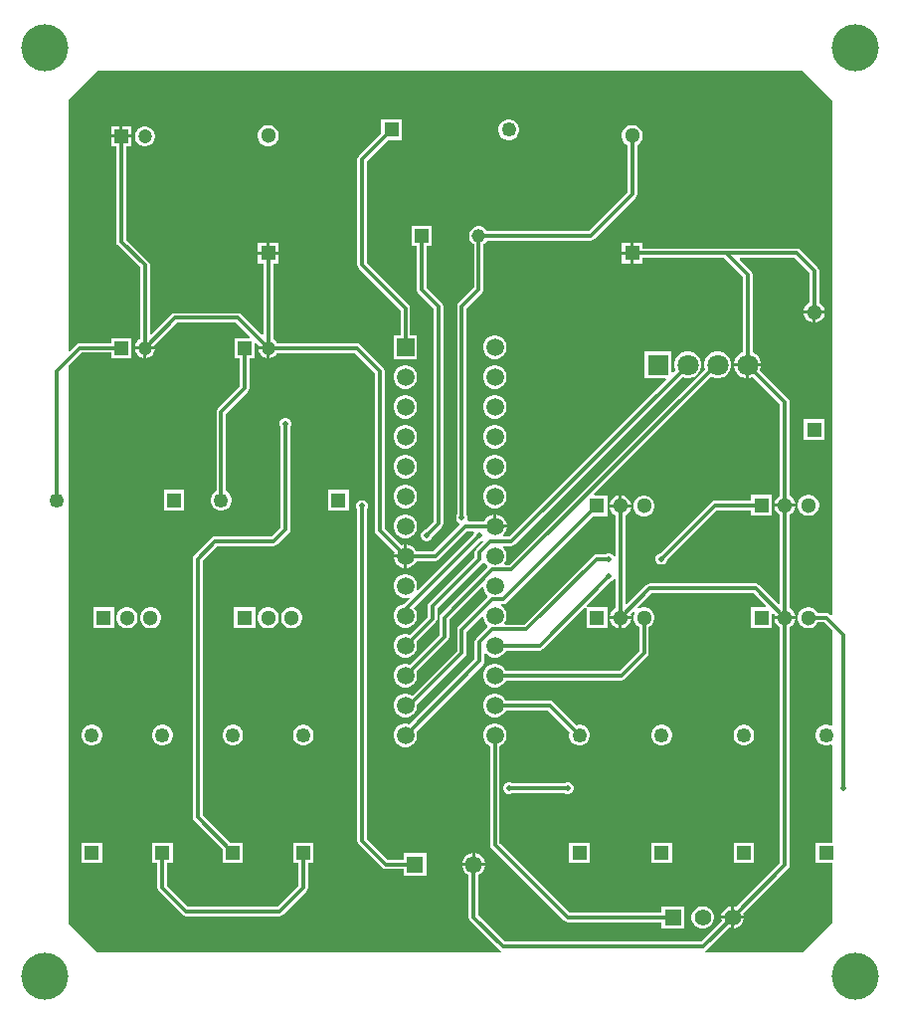
<source format=gbl>
G04*
G04 #@! TF.GenerationSoftware,Altium Limited,Altium Designer,23.3.1 (30)*
G04*
G04 Layer_Physical_Order=2*
G04 Layer_Color=16711680*
%FSLAX44Y44*%
%MOMM*%
G71*
G04*
G04 #@! TF.SameCoordinates,9B24EA63-C825-4E2D-BC30-5D40CB4EF2F0*
G04*
G04*
G04 #@! TF.FilePolarity,Positive*
G04*
G01*
G75*
%ADD17C,1.3000*%
%ADD18R,1.3000X1.3000*%
%ADD19C,1.1500*%
%ADD20R,1.1500X1.1500*%
%ADD25R,1.2500X1.2500*%
%ADD26C,1.2500*%
%ADD27R,1.3890X1.3890*%
%ADD28C,1.3890*%
%ADD33R,1.2500X1.2500*%
%ADD34R,1.4500X1.4500*%
%ADD35C,1.4500*%
%ADD38C,0.3200*%
%ADD39C,0.3000*%
%ADD40R,1.2000X1.2000*%
%ADD41C,1.2000*%
%ADD42R,1.3000X1.3000*%
%ADD43R,1.5000X1.5000*%
%ADD44C,1.5000*%
%ADD45R,1.8000X1.8000*%
%ADD46C,1.8000*%
%ADD47C,4.0000*%
%ADD48C,0.5000*%
G36*
X700000Y775000D02*
Y337427D01*
X698827Y336941D01*
X697884Y337884D01*
X696561Y338768D01*
X695000Y339078D01*
X695000Y339078D01*
X688038D01*
X687202Y340526D01*
X685526Y342202D01*
X683474Y343387D01*
X681185Y344000D01*
X678815D01*
X676526Y343387D01*
X674474Y342202D01*
X672798Y340526D01*
X671613Y338474D01*
X671000Y336185D01*
Y333815D01*
X671613Y331526D01*
X672798Y329474D01*
X674474Y327798D01*
X676526Y326613D01*
X678815Y326000D01*
X681185D01*
X683474Y326613D01*
X685526Y327798D01*
X687202Y329474D01*
X688038Y330922D01*
X693311D01*
X700000Y324232D01*
Y243487D01*
X698900Y242852D01*
X698377Y243154D01*
X696152Y243750D01*
X693848D01*
X691623Y243154D01*
X689627Y242002D01*
X687998Y240373D01*
X686846Y238377D01*
X686250Y236152D01*
Y233848D01*
X686846Y231623D01*
X687998Y229627D01*
X689627Y227998D01*
X691623Y226846D01*
X693848Y226250D01*
X696152D01*
X698377Y226846D01*
X698900Y227148D01*
X700000Y226513D01*
Y143750D01*
X686250D01*
Y126250D01*
X700000D01*
Y75000D01*
X675000Y50000D01*
X592409D01*
X592263Y50406D01*
X592197Y51270D01*
X593356Y52044D01*
X612318Y71006D01*
X614130Y70521D01*
Y78730D01*
X605921D01*
X606406Y76918D01*
X588668Y59180D01*
X421731D01*
X399180Y81732D01*
Y116109D01*
X401011Y117166D01*
X402834Y118989D01*
X404123Y121221D01*
X404790Y123711D01*
Y123730D01*
X385210D01*
Y123711D01*
X385877Y121221D01*
X387166Y118989D01*
X388989Y117166D01*
X390820Y116109D01*
Y80000D01*
X391138Y78400D01*
X392044Y77044D01*
X417044Y52044D01*
X418203Y51270D01*
X418137Y50406D01*
X417991Y50000D01*
X75000D01*
X50000Y75000D01*
Y549232D01*
X61189Y560422D01*
X86500D01*
Y556000D01*
X103500D01*
Y573000D01*
X86500D01*
Y568578D01*
X59500D01*
X59500Y568578D01*
X57939Y568268D01*
X56616Y567384D01*
X56616Y567384D01*
X51173Y561941D01*
X50000Y562427D01*
Y775000D01*
X75000Y800000D01*
X675000D01*
X700000Y775000D01*
D02*
G37*
%LPC*%
G36*
X103540Y753040D02*
X96270D01*
Y745770D01*
X103540D01*
Y753040D01*
D02*
G37*
G36*
X93730D02*
X86460D01*
Y745770D01*
X93730D01*
Y753040D01*
D02*
G37*
G36*
X426152Y758750D02*
X423848D01*
X421623Y758154D01*
X419627Y757002D01*
X417998Y755373D01*
X416846Y753377D01*
X416250Y751152D01*
Y748848D01*
X416846Y746623D01*
X417998Y744627D01*
X419627Y742998D01*
X421623Y741846D01*
X423848Y741250D01*
X426152D01*
X428377Y741846D01*
X430373Y742998D01*
X432002Y744627D01*
X433154Y746623D01*
X433750Y748848D01*
Y751152D01*
X433154Y753377D01*
X432002Y755373D01*
X430373Y757002D01*
X428377Y758154D01*
X426152Y758750D01*
D02*
G37*
G36*
X116119Y753000D02*
X113881D01*
X111719Y752421D01*
X109781Y751302D01*
X108198Y749719D01*
X107079Y747781D01*
X106500Y745619D01*
Y743381D01*
X107079Y741219D01*
X108198Y739281D01*
X109781Y737698D01*
X111719Y736579D01*
X113881Y736000D01*
X116119D01*
X118281Y736579D01*
X120219Y737698D01*
X121802Y739281D01*
X122921Y741219D01*
X123500Y743381D01*
Y745619D01*
X122921Y747781D01*
X121802Y749719D01*
X120219Y751302D01*
X118281Y752421D01*
X116119Y753000D01*
D02*
G37*
G36*
X221185Y754000D02*
X218815D01*
X216526Y753387D01*
X214474Y752202D01*
X212798Y750526D01*
X211613Y748474D01*
X211000Y746185D01*
Y743815D01*
X211613Y741526D01*
X212798Y739474D01*
X214474Y737798D01*
X216526Y736613D01*
X218815Y736000D01*
X221185D01*
X223474Y736613D01*
X225526Y737798D01*
X227202Y739474D01*
X228387Y741526D01*
X229000Y743815D01*
Y746185D01*
X228387Y748474D01*
X227202Y750526D01*
X225526Y752202D01*
X223474Y753387D01*
X221185Y754000D01*
D02*
G37*
G36*
X531185D02*
X528815D01*
X526526Y753387D01*
X524474Y752202D01*
X522798Y750526D01*
X521613Y748474D01*
X521000Y746185D01*
Y743815D01*
X521613Y741526D01*
X522798Y739474D01*
X524474Y737798D01*
X525922Y736962D01*
Y696689D01*
X493311Y664078D01*
X406572D01*
X406002Y665066D01*
X404466Y666602D01*
X402584Y667688D01*
X400486Y668250D01*
X398314D01*
X396216Y667688D01*
X394334Y666602D01*
X392798Y665066D01*
X391712Y663184D01*
X391150Y661086D01*
Y658914D01*
X391712Y656816D01*
X392798Y654934D01*
X394334Y653398D01*
X395322Y652828D01*
Y616089D01*
X382116Y602884D01*
X381232Y601561D01*
X380922Y600000D01*
X380922Y600000D01*
Y422993D01*
X380761Y422832D01*
X380000Y420995D01*
Y419005D01*
X380761Y417168D01*
X382168Y415761D01*
X382794Y415502D01*
X383092Y414004D01*
X360568Y391480D01*
X346080D01*
X344934Y393465D01*
X343065Y395334D01*
X340775Y396656D01*
X338222Y397340D01*
X338170D01*
Y387300D01*
Y377260D01*
X338222D01*
X340775Y377944D01*
X343065Y379266D01*
X344934Y381135D01*
X346080Y383120D01*
X362300D01*
X363900Y383438D01*
X365256Y384344D01*
X389431Y408520D01*
X394789D01*
X395520Y407250D01*
X395000Y405994D01*
Y405768D01*
X347629Y358396D01*
X346490Y359054D01*
X346900Y360583D01*
Y363217D01*
X346218Y365760D01*
X344902Y368040D01*
X343040Y369902D01*
X340760Y371218D01*
X338217Y371900D01*
X335583D01*
X333040Y371218D01*
X330760Y369902D01*
X328898Y368040D01*
X327581Y365760D01*
X326900Y363217D01*
Y360583D01*
X327581Y358040D01*
X328898Y355760D01*
X330760Y353898D01*
X333040Y352581D01*
X335583Y351900D01*
X338217D01*
X339746Y352310D01*
X340404Y351171D01*
X336312Y347080D01*
X335925Y346500D01*
X335583D01*
X333040Y345818D01*
X330760Y344502D01*
X328898Y342640D01*
X327581Y340360D01*
X326900Y337817D01*
Y335183D01*
X327581Y332640D01*
X328898Y330360D01*
X330760Y328498D01*
X333040Y327182D01*
X335583Y326500D01*
X338217D01*
X340760Y327182D01*
X343040Y328498D01*
X344902Y330360D01*
X346218Y332640D01*
X346900Y335183D01*
Y337817D01*
X346218Y340360D01*
X344902Y342640D01*
X344155Y343387D01*
X400768Y400000D01*
X400994D01*
X402832Y400761D01*
X403563Y399794D01*
X397116Y393347D01*
X396232Y392024D01*
X395922Y390463D01*
X395922Y390463D01*
Y386689D01*
X357116Y347884D01*
X356232Y346561D01*
X355922Y345000D01*
X355922Y345000D01*
Y335889D01*
X340516Y320484D01*
X338217Y321100D01*
X335583D01*
X333040Y320419D01*
X330760Y319102D01*
X328898Y317240D01*
X327581Y314960D01*
X326900Y312416D01*
Y309783D01*
X327581Y307240D01*
X328898Y304960D01*
X330760Y303098D01*
X333040Y301782D01*
X335583Y301100D01*
X338217D01*
X340760Y301782D01*
X343040Y303098D01*
X344902Y304960D01*
X346218Y307240D01*
X346900Y309783D01*
Y312416D01*
X346284Y314716D01*
X362884Y331316D01*
X363768Y332639D01*
X364078Y334200D01*
Y343311D01*
X402884Y382116D01*
X402884Y382116D01*
X402989Y382273D01*
X404483Y382224D01*
X405098Y381160D01*
X406960Y379298D01*
X406986Y377817D01*
X367116Y337947D01*
X366232Y336624D01*
X365922Y335063D01*
X365922Y335063D01*
Y320489D01*
X340516Y295084D01*
X338217Y295700D01*
X335583D01*
X333040Y295019D01*
X330760Y293702D01*
X328898Y291840D01*
X327581Y289560D01*
X326900Y287017D01*
Y284384D01*
X327581Y281840D01*
X328898Y279560D01*
X330760Y277698D01*
X333040Y276381D01*
X335583Y275700D01*
X338217D01*
X340760Y276381D01*
X343040Y277698D01*
X344902Y279560D01*
X346218Y281840D01*
X346900Y284384D01*
Y287017D01*
X346284Y289316D01*
X372884Y315916D01*
X372884Y315916D01*
X373768Y317239D01*
X374078Y318800D01*
Y333374D01*
X401927Y361222D01*
X403100Y360736D01*
Y360583D01*
X403782Y358040D01*
X405098Y355760D01*
X406960Y353898D01*
X406986Y352417D01*
X382116Y327547D01*
X381232Y326224D01*
X380922Y324663D01*
X380922Y324663D01*
Y306689D01*
X342719Y268487D01*
X340760Y269618D01*
X338217Y270300D01*
X335583D01*
X333040Y269618D01*
X330760Y268302D01*
X328898Y266440D01*
X327581Y264160D01*
X326900Y261616D01*
Y258983D01*
X327581Y256440D01*
X328898Y254160D01*
X330760Y252298D01*
X333040Y250982D01*
X335583Y250300D01*
X338217D01*
X340760Y250982D01*
X343040Y252298D01*
X344902Y254160D01*
X346218Y256440D01*
X346900Y258983D01*
Y261155D01*
X346969Y261201D01*
X387884Y302116D01*
X387884Y302116D01*
X388768Y303439D01*
X389078Y305000D01*
X389078Y305000D01*
Y322974D01*
X401927Y335822D01*
X403100Y335336D01*
Y335183D01*
X403782Y332640D01*
X405098Y330360D01*
X406815Y328643D01*
X406963Y328307D01*
X406986Y327017D01*
X397116Y317147D01*
X396232Y315824D01*
X395922Y314263D01*
X395922Y314263D01*
Y299689D01*
X340516Y244284D01*
X338217Y244900D01*
X335583D01*
X333040Y244219D01*
X330760Y242902D01*
X328898Y241040D01*
X327581Y238760D01*
X326900Y236217D01*
Y233584D01*
X327581Y231040D01*
X328898Y228760D01*
X330760Y226898D01*
X333040Y225581D01*
X335583Y224900D01*
X338217D01*
X340760Y225581D01*
X343040Y226898D01*
X344902Y228760D01*
X346218Y231040D01*
X346900Y233584D01*
Y236217D01*
X346284Y238516D01*
X402884Y295116D01*
X403768Y296439D01*
X404078Y298000D01*
X404078Y298000D01*
Y304356D01*
X405348Y304710D01*
X406960Y303098D01*
X409240Y301782D01*
X411783Y301100D01*
X414417D01*
X416960Y301782D01*
X419240Y303098D01*
X421102Y304960D01*
X422292Y307022D01*
X451100D01*
X451100Y307022D01*
X452661Y307332D01*
X453984Y308216D01*
X489730Y343962D01*
X491000Y343436D01*
X491000Y342963D01*
Y326000D01*
X509000D01*
Y344000D01*
X492096D01*
X491564Y344000D01*
X491038Y345270D01*
X510768Y365000D01*
X510995D01*
X512832Y365761D01*
X514239Y367168D01*
X514550Y367918D01*
X515820Y367666D01*
Y343025D01*
X514449Y342234D01*
X512766Y340551D01*
X511576Y338489D01*
X510981Y336270D01*
X529019D01*
X528630Y337719D01*
X531187Y340275D01*
X532203Y339495D01*
X531613Y338474D01*
X531000Y336185D01*
Y333815D01*
X531613Y331526D01*
X532798Y329474D01*
X534474Y327798D01*
X535922Y326962D01*
Y306689D01*
X519011Y289778D01*
X422292D01*
X421102Y291840D01*
X419240Y293702D01*
X416960Y295019D01*
X414417Y295700D01*
X411783D01*
X409240Y295019D01*
X406960Y293702D01*
X405098Y291840D01*
X403782Y289560D01*
X403100Y287017D01*
Y284384D01*
X403782Y281840D01*
X405098Y279560D01*
X406960Y277698D01*
X409240Y276381D01*
X411783Y275700D01*
X414417D01*
X416960Y276381D01*
X419240Y277698D01*
X421102Y279560D01*
X422292Y281622D01*
X520700D01*
X520700Y281622D01*
X522261Y281932D01*
X523584Y282816D01*
X542884Y302116D01*
X542884Y302116D01*
X543768Y303439D01*
X544078Y305000D01*
Y326962D01*
X545526Y327798D01*
X547202Y329474D01*
X548387Y331526D01*
X549000Y333815D01*
Y336185D01*
X548387Y338474D01*
X547202Y340526D01*
X545526Y342202D01*
X543474Y343387D01*
X541185Y344000D01*
X538815D01*
X536526Y343387D01*
X535505Y342797D01*
X534725Y343813D01*
X546731Y355820D01*
X633268D01*
X643915Y345173D01*
X643429Y344000D01*
X631000D01*
Y326000D01*
X649000D01*
Y338429D01*
X650173Y338915D01*
X651369Y337719D01*
X650981Y336270D01*
X669019D01*
X668424Y338489D01*
X667234Y340551D01*
X665551Y342234D01*
X664180Y343025D01*
Y422475D01*
X665551Y423266D01*
X667234Y424949D01*
X668424Y427011D01*
X669019Y429230D01*
X650981D01*
X651576Y427011D01*
X652766Y424949D01*
X654449Y423266D01*
X655820Y422475D01*
Y346752D01*
X654646Y346265D01*
X637956Y362956D01*
X636600Y363862D01*
X635000Y364180D01*
X545000D01*
X543400Y363862D01*
X542044Y362956D01*
X525354Y346265D01*
X524180Y346752D01*
Y421975D01*
X525551Y422766D01*
X527234Y424449D01*
X528424Y426511D01*
X529019Y428730D01*
X510981D01*
X511576Y426511D01*
X512766Y424449D01*
X514449Y422766D01*
X515820Y421975D01*
Y387334D01*
X514550Y387082D01*
X514239Y387832D01*
X512832Y389239D01*
X510995Y390000D01*
X509005D01*
X507168Y389239D01*
X507007Y389078D01*
X500000D01*
X498439Y388768D01*
X497116Y387884D01*
X497116Y387884D01*
X438311Y329078D01*
X421480D01*
X420994Y330252D01*
X421102Y330360D01*
X422419Y332640D01*
X423100Y335183D01*
Y337817D01*
X422419Y340360D01*
X421102Y342640D01*
X419240Y344502D01*
X418288Y345052D01*
X418628Y346322D01*
X420400D01*
X420400Y346322D01*
X421961Y346632D01*
X423284Y347516D01*
X496768Y421000D01*
X509000D01*
Y439000D01*
X497770D01*
X497284Y440173D01*
X597078Y539967D01*
X598261Y539284D01*
X601186Y538500D01*
X604214D01*
X607139Y539284D01*
X609761Y540798D01*
X611902Y542939D01*
X613416Y545561D01*
X614200Y548486D01*
Y551514D01*
X613416Y554439D01*
X611902Y557061D01*
X609761Y559202D01*
X607139Y560716D01*
X604214Y561500D01*
X601186D01*
X598261Y560716D01*
X595639Y559202D01*
X593498Y557061D01*
X591984Y554439D01*
X591200Y551514D01*
Y548486D01*
X591805Y546229D01*
X425454Y379878D01*
X421480D01*
X420994Y381052D01*
X421102Y381160D01*
X422419Y383440D01*
X423100Y385984D01*
Y388616D01*
X422419Y391160D01*
X421102Y393440D01*
X419890Y394652D01*
X420416Y395922D01*
X427300D01*
X427300Y395922D01*
X428861Y396232D01*
X430184Y397116D01*
X572538Y539470D01*
X572861Y539284D01*
X575786Y538500D01*
X578814D01*
X581739Y539284D01*
X584361Y540798D01*
X586502Y542939D01*
X588016Y545561D01*
X588800Y548486D01*
Y551514D01*
X588016Y554439D01*
X586502Y557061D01*
X584361Y559202D01*
X581739Y560716D01*
X578814Y561500D01*
X575786D01*
X572861Y560716D01*
X570239Y559202D01*
X568098Y557061D01*
X566584Y554439D01*
X565800Y551514D01*
Y548486D01*
X566584Y545561D01*
X566770Y545238D01*
X564573Y543041D01*
X563400Y543527D01*
Y561500D01*
X540400D01*
Y538500D01*
X558373D01*
X558859Y537327D01*
X425611Y404078D01*
X420473D01*
X419947Y405348D01*
X421134Y406535D01*
X422456Y408825D01*
X423140Y411378D01*
Y411430D01*
X413100D01*
Y412700D01*
X411830D01*
Y422740D01*
X411778D01*
X409225Y422056D01*
X406935Y420734D01*
X405066Y418865D01*
X403920Y416880D01*
X390494D01*
X389646Y418150D01*
X390000Y419005D01*
Y420995D01*
X389239Y422832D01*
X389078Y422993D01*
Y598311D01*
X402284Y611516D01*
X402284Y611516D01*
X403168Y612839D01*
X403478Y614400D01*
X403478Y614400D01*
Y652828D01*
X404466Y653398D01*
X406002Y654934D01*
X406572Y655922D01*
X495000D01*
X495000Y655922D01*
X496561Y656232D01*
X497884Y657116D01*
X532884Y692116D01*
X532884Y692116D01*
X533768Y693439D01*
X534078Y695000D01*
X534078Y695000D01*
Y736962D01*
X535526Y737798D01*
X537202Y739474D01*
X538387Y741526D01*
X539000Y743815D01*
Y746185D01*
X538387Y748474D01*
X537202Y750526D01*
X535526Y752202D01*
X533474Y753387D01*
X531185Y754000D01*
D02*
G37*
G36*
X229040Y654040D02*
X221270D01*
Y646270D01*
X229040D01*
Y654040D01*
D02*
G37*
G36*
X218730D02*
X210960D01*
Y646270D01*
X218730D01*
Y654040D01*
D02*
G37*
G36*
X528730D02*
X520960D01*
Y646270D01*
X528730D01*
Y654040D01*
D02*
G37*
G36*
Y643730D02*
X520960D01*
Y635960D01*
X528730D01*
Y643730D01*
D02*
G37*
G36*
X539040Y654040D02*
X531270D01*
Y645000D01*
Y635960D01*
X539040D01*
Y640820D01*
X608269D01*
X623920Y625168D01*
Y560827D01*
X623646Y560754D01*
X621014Y559234D01*
X618866Y557086D01*
X617346Y554454D01*
X616560Y551519D01*
Y551270D01*
X639640D01*
Y551519D01*
X638853Y554454D01*
X637334Y557086D01*
X635186Y559234D01*
X632554Y560754D01*
X632280Y560827D01*
Y626900D01*
X631962Y628500D01*
X631056Y629856D01*
X621265Y639646D01*
X621752Y640820D01*
X668269D01*
X680820Y628269D01*
Y603025D01*
X679449Y602234D01*
X677766Y600551D01*
X676576Y598489D01*
X675981Y596270D01*
X685000D01*
X694019D01*
X693424Y598489D01*
X692234Y600551D01*
X690551Y602234D01*
X689180Y603025D01*
Y630000D01*
X688862Y631600D01*
X687956Y632956D01*
X672956Y647956D01*
X671600Y648862D01*
X670000Y649180D01*
X539040D01*
Y654040D01*
D02*
G37*
G36*
X683730Y593730D02*
X675981D01*
X676576Y591511D01*
X677766Y589449D01*
X679449Y587766D01*
X681511Y586576D01*
X683730Y585981D01*
Y593730D01*
D02*
G37*
G36*
X694019D02*
X686270D01*
Y585981D01*
X688489Y586576D01*
X690551Y587766D01*
X692234Y589449D01*
X693424Y591511D01*
X694019Y593730D01*
D02*
G37*
G36*
X218730Y563230D02*
X211499D01*
X212042Y561204D01*
X213166Y559256D01*
X214756Y557666D01*
X216704Y556542D01*
X218730Y555999D01*
Y563230D01*
D02*
G37*
G36*
X123501D02*
X116270D01*
Y555999D01*
X118296Y556542D01*
X120244Y557666D01*
X121834Y559256D01*
X122958Y561204D01*
X123501Y563230D01*
D02*
G37*
G36*
X113730D02*
X106499D01*
X107042Y561204D01*
X108166Y559256D01*
X109756Y557666D01*
X111704Y556542D01*
X113730Y555999D01*
Y563230D01*
D02*
G37*
G36*
X414417Y575100D02*
X411783D01*
X409240Y574418D01*
X406960Y573102D01*
X405098Y571240D01*
X403782Y568960D01*
X403100Y566417D01*
Y563783D01*
X403782Y561240D01*
X405098Y558960D01*
X406960Y557098D01*
X409240Y555782D01*
X411783Y555100D01*
X414417D01*
X416960Y555782D01*
X419240Y557098D01*
X421102Y558960D01*
X422419Y561240D01*
X423100Y563783D01*
Y566417D01*
X422419Y568960D01*
X421102Y571240D01*
X419240Y573102D01*
X416960Y574418D01*
X414417Y575100D01*
D02*
G37*
G36*
X333750Y758750D02*
X316250D01*
Y747018D01*
X297116Y727884D01*
X296232Y726561D01*
X295922Y725000D01*
X295922Y725000D01*
Y635000D01*
X295922Y635000D01*
X296232Y633439D01*
X297116Y632116D01*
X332822Y596411D01*
Y575100D01*
X326900D01*
Y555100D01*
X346900D01*
Y575100D01*
X340978D01*
Y598100D01*
X340668Y599661D01*
X339784Y600984D01*
X339784Y600984D01*
X304078Y636689D01*
Y723311D01*
X322018Y741250D01*
X333750D01*
Y758750D01*
D02*
G37*
G36*
X626830Y548730D02*
X616560D01*
Y548481D01*
X617346Y545546D01*
X618866Y542914D01*
X621014Y540766D01*
X623646Y539246D01*
X626581Y538460D01*
X626830D01*
Y548730D01*
D02*
G37*
G36*
X414417Y549700D02*
X411783D01*
X409240Y549019D01*
X406960Y547702D01*
X405098Y545840D01*
X403782Y543560D01*
X403100Y541017D01*
Y538383D01*
X403782Y535840D01*
X405098Y533560D01*
X406960Y531698D01*
X409240Y530382D01*
X411783Y529700D01*
X414417D01*
X416960Y530382D01*
X419240Y531698D01*
X421102Y533560D01*
X422419Y535840D01*
X423100Y538383D01*
Y541017D01*
X422419Y543560D01*
X421102Y545840D01*
X419240Y547702D01*
X416960Y549019D01*
X414417Y549700D01*
D02*
G37*
G36*
X338217D02*
X335583D01*
X333040Y549019D01*
X330760Y547702D01*
X328898Y545840D01*
X327581Y543560D01*
X326900Y541017D01*
Y538383D01*
X327581Y535840D01*
X328898Y533560D01*
X330760Y531698D01*
X333040Y530382D01*
X335583Y529700D01*
X338217D01*
X340760Y530382D01*
X343040Y531698D01*
X344902Y533560D01*
X346218Y535840D01*
X346900Y538383D01*
Y541017D01*
X346218Y543560D01*
X344902Y545840D01*
X343040Y547702D01*
X340760Y549019D01*
X338217Y549700D01*
D02*
G37*
G36*
X414417Y524300D02*
X411783D01*
X409240Y523619D01*
X406960Y522302D01*
X405098Y520440D01*
X403782Y518160D01*
X403100Y515616D01*
Y512984D01*
X403782Y510440D01*
X405098Y508160D01*
X406960Y506298D01*
X409240Y504981D01*
X411783Y504300D01*
X414417D01*
X416960Y504981D01*
X419240Y506298D01*
X421102Y508160D01*
X422419Y510440D01*
X423100Y512984D01*
Y515616D01*
X422419Y518160D01*
X421102Y520440D01*
X419240Y522302D01*
X416960Y523619D01*
X414417Y524300D01*
D02*
G37*
G36*
X338217D02*
X335583D01*
X333040Y523619D01*
X330760Y522302D01*
X328898Y520440D01*
X327581Y518160D01*
X326900Y515616D01*
Y512984D01*
X327581Y510440D01*
X328898Y508160D01*
X330760Y506298D01*
X333040Y504981D01*
X335583Y504300D01*
X338217D01*
X340760Y504981D01*
X343040Y506298D01*
X344902Y508160D01*
X346218Y510440D01*
X346900Y512984D01*
Y515616D01*
X346218Y518160D01*
X344902Y520440D01*
X343040Y522302D01*
X340760Y523619D01*
X338217Y524300D01*
D02*
G37*
G36*
X694000Y504000D02*
X676000D01*
Y486000D01*
X694000D01*
Y504000D01*
D02*
G37*
G36*
X414417Y498900D02*
X411783D01*
X409240Y498218D01*
X406960Y496902D01*
X405098Y495040D01*
X403782Y492760D01*
X403100Y490216D01*
Y487584D01*
X403782Y485040D01*
X405098Y482760D01*
X406960Y480898D01*
X409240Y479581D01*
X411783Y478900D01*
X414417D01*
X416960Y479581D01*
X419240Y480898D01*
X421102Y482760D01*
X422419Y485040D01*
X423100Y487584D01*
Y490216D01*
X422419Y492760D01*
X421102Y495040D01*
X419240Y496902D01*
X416960Y498218D01*
X414417Y498900D01*
D02*
G37*
G36*
X338217D02*
X335583D01*
X333040Y498218D01*
X330760Y496902D01*
X328898Y495040D01*
X327581Y492760D01*
X326900Y490216D01*
Y487584D01*
X327581Y485040D01*
X328898Y482760D01*
X330760Y480898D01*
X333040Y479581D01*
X335583Y478900D01*
X338217D01*
X340760Y479581D01*
X343040Y480898D01*
X344902Y482760D01*
X346218Y485040D01*
X346900Y487584D01*
Y490216D01*
X346218Y492760D01*
X344902Y495040D01*
X343040Y496902D01*
X340760Y498218D01*
X338217Y498900D01*
D02*
G37*
G36*
X414417Y473500D02*
X411783D01*
X409240Y472818D01*
X406960Y471502D01*
X405098Y469640D01*
X403782Y467360D01*
X403100Y464817D01*
Y462183D01*
X403782Y459640D01*
X405098Y457360D01*
X406960Y455498D01*
X409240Y454182D01*
X411783Y453500D01*
X414417D01*
X416960Y454182D01*
X419240Y455498D01*
X421102Y457360D01*
X422419Y459640D01*
X423100Y462183D01*
Y464817D01*
X422419Y467360D01*
X421102Y469640D01*
X419240Y471502D01*
X416960Y472818D01*
X414417Y473500D01*
D02*
G37*
G36*
X338217D02*
X335583D01*
X333040Y472818D01*
X330760Y471502D01*
X328898Y469640D01*
X327581Y467360D01*
X326900Y464817D01*
Y462183D01*
X327581Y459640D01*
X328898Y457360D01*
X330760Y455498D01*
X333040Y454182D01*
X335583Y453500D01*
X338217D01*
X340760Y454182D01*
X343040Y455498D01*
X344902Y457360D01*
X346218Y459640D01*
X346900Y462183D01*
Y464817D01*
X346218Y467360D01*
X344902Y469640D01*
X343040Y471502D01*
X340760Y472818D01*
X338217Y473500D01*
D02*
G37*
G36*
X639640Y548730D02*
X629370D01*
Y538460D01*
X629619D01*
X632554Y539246D01*
X632800Y539388D01*
X655820Y516368D01*
Y438525D01*
X654449Y437734D01*
X652766Y436051D01*
X651576Y433989D01*
X650981Y431770D01*
X669019D01*
X668424Y433989D01*
X667234Y436051D01*
X665551Y437734D01*
X664180Y438525D01*
Y518100D01*
X663862Y519700D01*
X662956Y521056D01*
X638712Y545300D01*
X638853Y545546D01*
X639640Y548481D01*
Y548730D01*
D02*
G37*
G36*
X521270Y439019D02*
Y431270D01*
X529019D01*
X528424Y433489D01*
X527234Y435551D01*
X525551Y437234D01*
X523489Y438424D01*
X521270Y439019D01*
D02*
G37*
G36*
X518730D02*
X516511Y438424D01*
X514449Y437234D01*
X512766Y435551D01*
X511576Y433489D01*
X510981Y431270D01*
X518730D01*
Y439019D01*
D02*
G37*
G36*
X414417Y448100D02*
X411783D01*
X409240Y447419D01*
X406960Y446102D01*
X405098Y444240D01*
X403782Y441960D01*
X403100Y439417D01*
Y436783D01*
X403782Y434240D01*
X405098Y431960D01*
X406960Y430098D01*
X409240Y428782D01*
X411783Y428100D01*
X414417D01*
X416960Y428782D01*
X419240Y430098D01*
X421102Y431960D01*
X422419Y434240D01*
X423100Y436783D01*
Y439417D01*
X422419Y441960D01*
X421102Y444240D01*
X419240Y446102D01*
X416960Y447419D01*
X414417Y448100D01*
D02*
G37*
G36*
X338217D02*
X335583D01*
X333040Y447419D01*
X330760Y446102D01*
X328898Y444240D01*
X327581Y441960D01*
X326900Y439417D01*
Y436783D01*
X327581Y434240D01*
X328898Y431960D01*
X330760Y430098D01*
X333040Y428782D01*
X335583Y428100D01*
X338217D01*
X340760Y428782D01*
X343040Y430098D01*
X344902Y431960D01*
X346218Y434240D01*
X346900Y436783D01*
Y439417D01*
X346218Y441960D01*
X344902Y444240D01*
X343040Y446102D01*
X340760Y447419D01*
X338217Y448100D01*
D02*
G37*
G36*
X288750Y443750D02*
X271250D01*
Y426250D01*
X288750D01*
Y443750D01*
D02*
G37*
G36*
X148750D02*
X131250D01*
Y426250D01*
X148750D01*
Y443750D01*
D02*
G37*
G36*
X681185Y439500D02*
X678815D01*
X676526Y438887D01*
X674474Y437702D01*
X672798Y436026D01*
X671613Y433974D01*
X671000Y431685D01*
Y429315D01*
X671613Y427026D01*
X672798Y424974D01*
X674474Y423298D01*
X676526Y422113D01*
X678815Y421500D01*
X681185D01*
X683474Y422113D01*
X685526Y423298D01*
X687202Y424974D01*
X688387Y427026D01*
X689000Y429315D01*
Y431685D01*
X688387Y433974D01*
X687202Y436026D01*
X685526Y437702D01*
X683474Y438887D01*
X681185Y439500D01*
D02*
G37*
G36*
X649000D02*
X631000D01*
Y434578D01*
X600500D01*
X598939Y434268D01*
X597616Y433384D01*
X597616Y433384D01*
X554232Y390000D01*
X554005D01*
X552168Y389239D01*
X550761Y387832D01*
X550000Y385995D01*
Y384005D01*
X550761Y382168D01*
X552168Y380761D01*
X554005Y380000D01*
X555994D01*
X557832Y380761D01*
X559239Y382168D01*
X560000Y384005D01*
Y384232D01*
X602189Y426422D01*
X631000D01*
Y421500D01*
X649000D01*
Y439500D01*
D02*
G37*
G36*
X541185Y439000D02*
X538815D01*
X536526Y438387D01*
X534474Y437202D01*
X532798Y435526D01*
X531613Y433474D01*
X531000Y431185D01*
Y428815D01*
X531613Y426526D01*
X532798Y424474D01*
X534474Y422798D01*
X536526Y421613D01*
X538815Y421000D01*
X541185D01*
X543474Y421613D01*
X545526Y422798D01*
X547202Y424474D01*
X548387Y426526D01*
X549000Y428815D01*
Y431185D01*
X548387Y433474D01*
X547202Y435526D01*
X545526Y437202D01*
X543474Y438387D01*
X541185Y439000D01*
D02*
G37*
G36*
X414422Y422740D02*
X414370D01*
Y413970D01*
X423140D01*
Y414022D01*
X422456Y416575D01*
X421134Y418865D01*
X419265Y420734D01*
X416975Y422056D01*
X414422Y422740D01*
D02*
G37*
G36*
X338217Y422700D02*
X335583D01*
X333040Y422019D01*
X330760Y420702D01*
X328898Y418840D01*
X327581Y416560D01*
X326900Y414016D01*
Y411384D01*
X327581Y408840D01*
X328898Y406560D01*
X330760Y404698D01*
X333040Y403382D01*
X335583Y402700D01*
X338217D01*
X340760Y403382D01*
X343040Y404698D01*
X344902Y406560D01*
X346218Y408840D01*
X346900Y411384D01*
Y414016D01*
X346218Y416560D01*
X344902Y418840D01*
X343040Y420702D01*
X340760Y422019D01*
X338217Y422700D01*
D02*
G37*
G36*
X358850Y668250D02*
X342350D01*
Y651750D01*
X346522D01*
Y614400D01*
X346522Y614400D01*
X346832Y612839D01*
X347716Y611516D01*
X360922Y598311D01*
Y416689D01*
X354232Y410000D01*
X354005D01*
X352168Y409239D01*
X350761Y407832D01*
X350000Y405994D01*
Y404005D01*
X350761Y402168D01*
X352168Y400761D01*
X354005Y400000D01*
X355994D01*
X357832Y400761D01*
X359239Y402168D01*
X360000Y404005D01*
Y404232D01*
X367884Y412116D01*
X367884Y412116D01*
X368768Y413439D01*
X369078Y415000D01*
Y600000D01*
X369078Y600000D01*
X368768Y601561D01*
X367884Y602884D01*
X367884Y602884D01*
X354678Y616089D01*
Y651750D01*
X358850D01*
Y668250D01*
D02*
G37*
G36*
X235994Y505000D02*
X234005D01*
X232168Y504239D01*
X230761Y502832D01*
X230000Y500995D01*
Y499005D01*
X230761Y497168D01*
X230922Y497007D01*
Y411689D01*
X223311Y404078D01*
X175000D01*
X173439Y403768D01*
X172116Y402884D01*
X172116Y402884D01*
X157116Y387884D01*
X156232Y386561D01*
X155922Y385000D01*
X155922Y385000D01*
Y165000D01*
X155922Y165000D01*
X156232Y163439D01*
X157116Y162116D01*
X181250Y137982D01*
Y126250D01*
X198750D01*
Y143750D01*
X187018D01*
X164078Y166689D01*
Y383311D01*
X176689Y395922D01*
X225000D01*
X225000Y395922D01*
X226561Y396232D01*
X227884Y397116D01*
X237884Y407116D01*
X237884Y407116D01*
X238768Y408439D01*
X239078Y410000D01*
Y497007D01*
X239239Y497168D01*
X240000Y499005D01*
Y500995D01*
X239239Y502832D01*
X237832Y504239D01*
X235994Y505000D01*
D02*
G37*
G36*
X103540Y743230D02*
X86460D01*
Y735960D01*
X90820D01*
Y655000D01*
X91138Y653400D01*
X92044Y652044D01*
X110820Y633269D01*
Y571948D01*
X109756Y571334D01*
X108166Y569744D01*
X107042Y567796D01*
X106499Y565770D01*
X123501D01*
X123222Y566810D01*
X142232Y585820D01*
X192768D01*
X204415Y574173D01*
X203929Y573000D01*
X191500D01*
Y556000D01*
X195922D01*
Y531689D01*
X177116Y512884D01*
X176232Y511561D01*
X175922Y510000D01*
X175922Y510000D01*
Y442749D01*
X174627Y442002D01*
X172998Y440373D01*
X171846Y438377D01*
X171250Y436152D01*
Y433848D01*
X171846Y431623D01*
X172998Y429627D01*
X174627Y427998D01*
X176623Y426846D01*
X178848Y426250D01*
X181152D01*
X183377Y426846D01*
X185373Y427998D01*
X187002Y429627D01*
X188154Y431623D01*
X188750Y433848D01*
Y436152D01*
X188154Y438377D01*
X187002Y440373D01*
X185373Y442002D01*
X184078Y442749D01*
Y508311D01*
X202884Y527116D01*
X202884Y527116D01*
X203768Y528439D01*
X204078Y530000D01*
Y556000D01*
X208500D01*
Y568429D01*
X209673Y568915D01*
X211778Y566810D01*
X211499Y565770D01*
X220000D01*
Y564500D01*
X221270D01*
Y555999D01*
X223296Y556542D01*
X225244Y557666D01*
X226834Y559256D01*
X227448Y560320D01*
X293768D01*
X310820Y543269D01*
Y409200D01*
X311138Y407600D01*
X312044Y406244D01*
X327453Y390835D01*
X326860Y388622D01*
Y388570D01*
X335630D01*
Y397340D01*
X335578D01*
X333365Y396747D01*
X319180Y410932D01*
Y545000D01*
X318862Y546600D01*
X317956Y547956D01*
X298456Y567456D01*
X297100Y568362D01*
X295500Y568680D01*
X227448D01*
X226834Y569744D01*
X225244Y571334D01*
X224180Y571948D01*
Y635960D01*
X229040D01*
Y643730D01*
X220000D01*
X210960D01*
Y635960D01*
X215820D01*
Y576251D01*
X214646Y575765D01*
X197456Y592956D01*
X196100Y593862D01*
X194500Y594180D01*
X140500D01*
X138900Y593862D01*
X137544Y592956D01*
X120354Y575765D01*
X119180Y576251D01*
Y635000D01*
X118862Y636600D01*
X117956Y637956D01*
X99180Y656732D01*
Y735960D01*
X103540D01*
Y743230D01*
D02*
G37*
G36*
X335630Y386030D02*
X326860D01*
Y385978D01*
X327544Y383425D01*
X328866Y381135D01*
X330735Y379266D01*
X333025Y377944D01*
X335578Y377260D01*
X335630D01*
Y386030D01*
D02*
G37*
G36*
X241185Y344000D02*
X238815D01*
X236526Y343387D01*
X234474Y342202D01*
X232798Y340526D01*
X231613Y338474D01*
X231000Y336185D01*
Y333815D01*
X231613Y331526D01*
X232798Y329474D01*
X234474Y327798D01*
X236526Y326613D01*
X238815Y326000D01*
X241185D01*
X243474Y326613D01*
X245526Y327798D01*
X247202Y329474D01*
X248387Y331526D01*
X249000Y333815D01*
Y336185D01*
X248387Y338474D01*
X247202Y340526D01*
X245526Y342202D01*
X243474Y343387D01*
X241185Y344000D01*
D02*
G37*
G36*
X221185D02*
X218815D01*
X216526Y343387D01*
X214474Y342202D01*
X212798Y340526D01*
X211613Y338474D01*
X211000Y336185D01*
Y333815D01*
X211613Y331526D01*
X212798Y329474D01*
X214474Y327798D01*
X216526Y326613D01*
X218815Y326000D01*
X221185D01*
X223474Y326613D01*
X225526Y327798D01*
X227202Y329474D01*
X228387Y331526D01*
X229000Y333815D01*
Y336185D01*
X228387Y338474D01*
X227202Y340526D01*
X225526Y342202D01*
X223474Y343387D01*
X221185Y344000D01*
D02*
G37*
G36*
X209000D02*
X191000D01*
Y326000D01*
X209000D01*
Y344000D01*
D02*
G37*
G36*
X121185D02*
X118815D01*
X116526Y343387D01*
X114474Y342202D01*
X112798Y340526D01*
X111613Y338474D01*
X111000Y336185D01*
Y333815D01*
X111613Y331526D01*
X112798Y329474D01*
X114474Y327798D01*
X116526Y326613D01*
X118815Y326000D01*
X121185D01*
X123474Y326613D01*
X125526Y327798D01*
X127202Y329474D01*
X128387Y331526D01*
X129000Y333815D01*
Y336185D01*
X128387Y338474D01*
X127202Y340526D01*
X125526Y342202D01*
X123474Y343387D01*
X121185Y344000D01*
D02*
G37*
G36*
X101185D02*
X98815D01*
X96526Y343387D01*
X94474Y342202D01*
X92798Y340526D01*
X91613Y338474D01*
X91000Y336185D01*
Y333815D01*
X91613Y331526D01*
X92798Y329474D01*
X94474Y327798D01*
X96526Y326613D01*
X98815Y326000D01*
X101185D01*
X103474Y326613D01*
X105526Y327798D01*
X107202Y329474D01*
X108387Y331526D01*
X109000Y333815D01*
Y336185D01*
X108387Y338474D01*
X107202Y340526D01*
X105526Y342202D01*
X103474Y343387D01*
X101185Y344000D01*
D02*
G37*
G36*
X89000D02*
X71000D01*
Y326000D01*
X89000D01*
Y344000D01*
D02*
G37*
G36*
X529019Y333730D02*
X521270D01*
Y325981D01*
X523489Y326576D01*
X525551Y327766D01*
X527234Y329449D01*
X528424Y331511D01*
X529019Y333730D01*
D02*
G37*
G36*
X518730D02*
X510981D01*
X511576Y331511D01*
X512766Y329449D01*
X514449Y327766D01*
X516511Y326576D01*
X518730Y325981D01*
Y333730D01*
D02*
G37*
G36*
X626152Y243750D02*
X623848D01*
X621623Y243154D01*
X619627Y242002D01*
X617998Y240373D01*
X616846Y238377D01*
X616250Y236152D01*
Y233848D01*
X616846Y231623D01*
X617998Y229627D01*
X619627Y227998D01*
X621623Y226846D01*
X623848Y226250D01*
X626152D01*
X628377Y226846D01*
X630373Y227998D01*
X632002Y229627D01*
X633154Y231623D01*
X633750Y233848D01*
Y236152D01*
X633154Y238377D01*
X632002Y240373D01*
X630373Y242002D01*
X628377Y243154D01*
X626152Y243750D01*
D02*
G37*
G36*
X556152D02*
X553848D01*
X551623Y243154D01*
X549627Y242002D01*
X547998Y240373D01*
X546846Y238377D01*
X546250Y236152D01*
Y233848D01*
X546846Y231623D01*
X547998Y229627D01*
X549627Y227998D01*
X551623Y226846D01*
X553848Y226250D01*
X556152D01*
X558377Y226846D01*
X560373Y227998D01*
X562002Y229627D01*
X563154Y231623D01*
X563750Y233848D01*
Y236152D01*
X563154Y238377D01*
X562002Y240373D01*
X560373Y242002D01*
X558377Y243154D01*
X556152Y243750D01*
D02*
G37*
G36*
X414417Y270300D02*
X411783D01*
X409240Y269618D01*
X406960Y268302D01*
X405098Y266440D01*
X403782Y264160D01*
X403100Y261616D01*
Y258983D01*
X403782Y256440D01*
X405098Y254160D01*
X406960Y252298D01*
X409240Y250982D01*
X411783Y250300D01*
X414417D01*
X416960Y250982D01*
X419240Y252298D01*
X421102Y254160D01*
X422292Y256222D01*
X458011D01*
X476637Y237596D01*
X476250Y236152D01*
Y233848D01*
X476846Y231623D01*
X477998Y229627D01*
X479627Y227998D01*
X481623Y226846D01*
X483848Y226250D01*
X486152D01*
X488377Y226846D01*
X490373Y227998D01*
X492002Y229627D01*
X493154Y231623D01*
X493750Y233848D01*
Y236152D01*
X493154Y238377D01*
X492002Y240373D01*
X490373Y242002D01*
X488377Y243154D01*
X486152Y243750D01*
X483848D01*
X482404Y243363D01*
X462584Y263184D01*
X461261Y264068D01*
X459700Y264378D01*
X459700Y264378D01*
X422292D01*
X421102Y266440D01*
X419240Y268302D01*
X416960Y269618D01*
X414417Y270300D01*
D02*
G37*
G36*
X251152Y243750D02*
X248848D01*
X246623Y243154D01*
X244627Y242002D01*
X242998Y240373D01*
X241846Y238377D01*
X241250Y236152D01*
Y233848D01*
X241846Y231623D01*
X242998Y229627D01*
X244627Y227998D01*
X246623Y226846D01*
X248848Y226250D01*
X251152D01*
X253377Y226846D01*
X255373Y227998D01*
X257002Y229627D01*
X258154Y231623D01*
X258750Y233848D01*
Y236152D01*
X258154Y238377D01*
X257002Y240373D01*
X255373Y242002D01*
X253377Y243154D01*
X251152Y243750D01*
D02*
G37*
G36*
X191152D02*
X188848D01*
X186623Y243154D01*
X184627Y242002D01*
X182998Y240373D01*
X181846Y238377D01*
X181250Y236152D01*
Y233848D01*
X181846Y231623D01*
X182998Y229627D01*
X184627Y227998D01*
X186623Y226846D01*
X188848Y226250D01*
X191152D01*
X193377Y226846D01*
X195373Y227998D01*
X197002Y229627D01*
X198154Y231623D01*
X198750Y233848D01*
Y236152D01*
X198154Y238377D01*
X197002Y240373D01*
X195373Y242002D01*
X193377Y243154D01*
X191152Y243750D01*
D02*
G37*
G36*
X131152D02*
X128848D01*
X126623Y243154D01*
X124627Y242002D01*
X122998Y240373D01*
X121846Y238377D01*
X121250Y236152D01*
Y233848D01*
X121846Y231623D01*
X122998Y229627D01*
X124627Y227998D01*
X126623Y226846D01*
X128848Y226250D01*
X131152D01*
X133377Y226846D01*
X135373Y227998D01*
X137002Y229627D01*
X138154Y231623D01*
X138750Y233848D01*
Y236152D01*
X138154Y238377D01*
X137002Y240373D01*
X135373Y242002D01*
X133377Y243154D01*
X131152Y243750D01*
D02*
G37*
G36*
X71152D02*
X68848D01*
X66623Y243154D01*
X64627Y242002D01*
X62998Y240373D01*
X61846Y238377D01*
X61250Y236152D01*
Y233848D01*
X61846Y231623D01*
X62998Y229627D01*
X64627Y227998D01*
X66623Y226846D01*
X68848Y226250D01*
X71152D01*
X73377Y226846D01*
X75373Y227998D01*
X77002Y229627D01*
X78154Y231623D01*
X78750Y233848D01*
Y236152D01*
X78154Y238377D01*
X77002Y240373D01*
X75373Y242002D01*
X73377Y243154D01*
X71152Y243750D01*
D02*
G37*
G36*
X475995Y195000D02*
X474005D01*
X472168Y194239D01*
X472007Y194078D01*
X427993D01*
X427832Y194239D01*
X425995Y195000D01*
X424005D01*
X422168Y194239D01*
X420761Y192832D01*
X420000Y190994D01*
Y189005D01*
X420761Y187168D01*
X422168Y185761D01*
X424005Y185000D01*
X425995D01*
X427832Y185761D01*
X427993Y185922D01*
X472007D01*
X472168Y185761D01*
X474005Y185000D01*
X475995D01*
X477832Y185761D01*
X479239Y187168D01*
X480000Y189005D01*
Y190994D01*
X479239Y192832D01*
X477832Y194239D01*
X475995Y195000D01*
D02*
G37*
G36*
X396289Y134790D02*
X396270D01*
Y126270D01*
X404790D01*
Y126289D01*
X404123Y128779D01*
X402834Y131011D01*
X401011Y132834D01*
X398779Y134123D01*
X396289Y134790D01*
D02*
G37*
G36*
X393730D02*
X393711D01*
X391221Y134123D01*
X388989Y132834D01*
X387166Y131011D01*
X385877Y128779D01*
X385210Y126289D01*
Y126270D01*
X393730D01*
Y134790D01*
D02*
G37*
G36*
X633750Y143750D02*
X616250D01*
Y126250D01*
X633750D01*
Y143750D01*
D02*
G37*
G36*
X563750D02*
X546250D01*
Y126250D01*
X563750D01*
Y143750D01*
D02*
G37*
G36*
X493750D02*
X476250D01*
Y126250D01*
X493750D01*
Y143750D01*
D02*
G37*
G36*
X78750D02*
X61250D01*
Y126250D01*
X78750D01*
Y143750D01*
D02*
G37*
G36*
X300994Y435000D02*
X299005D01*
X297168Y434239D01*
X295761Y432832D01*
X295000Y430994D01*
Y429005D01*
X295761Y427168D01*
X295922Y427007D01*
Y145000D01*
X295922Y145000D01*
X296232Y143439D01*
X297116Y142116D01*
X317116Y122116D01*
X317116Y122116D01*
X318439Y121232D01*
X320000Y120922D01*
X320000Y120922D01*
X335250D01*
Y115250D01*
X354750D01*
Y134750D01*
X335250D01*
Y129078D01*
X321689D01*
X304078Y146689D01*
Y427007D01*
X304239Y427168D01*
X305000Y429005D01*
Y430994D01*
X304239Y432832D01*
X302832Y434239D01*
X300994Y435000D01*
D02*
G37*
G36*
X258750Y143750D02*
X241250D01*
Y126250D01*
X245922D01*
Y106689D01*
X228311Y89078D01*
X151689D01*
X134078Y106689D01*
Y126250D01*
X138750D01*
Y143750D01*
X121250D01*
Y126250D01*
X125922D01*
Y105000D01*
X125922Y105000D01*
X126232Y103439D01*
X127116Y102116D01*
X147116Y82116D01*
X147116Y82116D01*
X148439Y81232D01*
X150000Y80922D01*
X150000Y80922D01*
X230000D01*
X230000Y80922D01*
X231561Y81232D01*
X232884Y82116D01*
X252884Y102116D01*
X252884Y102116D01*
X253768Y103439D01*
X254078Y105000D01*
Y126250D01*
X258750D01*
Y143750D01*
D02*
G37*
G36*
X669019Y333730D02*
X650981D01*
X651576Y331511D01*
X652766Y329449D01*
X654449Y327766D01*
X655820Y326975D01*
Y126332D01*
X618482Y88994D01*
X616670Y89479D01*
Y81270D01*
X624879D01*
X624394Y83082D01*
X662956Y121644D01*
X663862Y123000D01*
X664180Y124600D01*
Y326975D01*
X665551Y327766D01*
X667234Y329449D01*
X668424Y331511D01*
X669019Y333730D01*
D02*
G37*
G36*
X614130Y89479D02*
X611739Y88839D01*
X609576Y87590D01*
X607810Y85824D01*
X606561Y83661D01*
X605921Y81270D01*
X614130D01*
Y89479D01*
D02*
G37*
G36*
X591243Y89445D02*
X588756D01*
X586354Y88801D01*
X584201Y87558D01*
X582442Y85799D01*
X581199Y83646D01*
X580555Y81243D01*
Y78756D01*
X581199Y76354D01*
X582442Y74201D01*
X584201Y72442D01*
X586354Y71199D01*
X588756Y70555D01*
X591243D01*
X593646Y71199D01*
X595799Y72442D01*
X597558Y74201D01*
X598801Y76354D01*
X599445Y78756D01*
Y81243D01*
X598801Y83646D01*
X597558Y85799D01*
X595799Y87558D01*
X593646Y88801D01*
X591243Y89445D01*
D02*
G37*
G36*
X414417Y244900D02*
X411783D01*
X409240Y244219D01*
X406960Y242902D01*
X405098Y241040D01*
X403782Y238760D01*
X403100Y236217D01*
Y233584D01*
X403782Y231040D01*
X405098Y228760D01*
X406960Y226898D01*
X409022Y225708D01*
Y141900D01*
X409022Y141900D01*
X409332Y140339D01*
X410216Y139016D01*
X472116Y77116D01*
X472116Y77116D01*
X473439Y76232D01*
X475000Y75922D01*
X555155D01*
Y70555D01*
X574045D01*
Y89445D01*
X555155D01*
Y84078D01*
X476689D01*
X417178Y143589D01*
Y225708D01*
X419240Y226898D01*
X421102Y228760D01*
X422419Y231040D01*
X423100Y233584D01*
Y236217D01*
X422419Y238760D01*
X421102Y241040D01*
X419240Y242902D01*
X416960Y244219D01*
X414417Y244900D01*
D02*
G37*
G36*
X624879Y78730D02*
X616670D01*
Y70521D01*
X619061Y71161D01*
X621224Y72410D01*
X622990Y74176D01*
X624239Y76339D01*
X624879Y78730D01*
D02*
G37*
%LPD*%
D17*
X685000Y595000D02*
D03*
X660000Y335000D02*
D03*
X680000D02*
D03*
X520000D02*
D03*
X540000D02*
D03*
X660000Y430500D02*
D03*
X680000D02*
D03*
X520000Y430000D02*
D03*
X540000D02*
D03*
X100000Y335000D02*
D03*
X120000D02*
D03*
X220000D02*
D03*
X240000D02*
D03*
X530000Y745000D02*
D03*
X220000D02*
D03*
D18*
X685000Y495000D02*
D03*
X530000Y645000D02*
D03*
X220000D02*
D03*
D19*
X399400Y660000D02*
D03*
D20*
X350600D02*
D03*
D25*
X485000Y135000D02*
D03*
X555000D02*
D03*
X625000D02*
D03*
X695000D02*
D03*
X250000D02*
D03*
X190000D02*
D03*
X130000D02*
D03*
X70000D02*
D03*
D26*
X485000Y235000D02*
D03*
X555000D02*
D03*
X625000D02*
D03*
X695000D02*
D03*
X250000D02*
D03*
X190000D02*
D03*
X130000D02*
D03*
X70000D02*
D03*
X425000Y750000D02*
D03*
X180000Y435000D02*
D03*
X40000D02*
D03*
D27*
X564600Y80000D02*
D03*
D28*
X590000D02*
D03*
X615400D02*
D03*
D33*
X325000Y750000D02*
D03*
X280000Y435000D02*
D03*
X140000D02*
D03*
D34*
X345000Y125000D02*
D03*
D35*
X395000D02*
D03*
D38*
X610000Y645000D02*
X670000D01*
X685000Y630000D01*
Y595000D02*
Y630000D01*
X95000Y655000D02*
X115000Y635000D01*
Y564500D02*
X140500Y590000D01*
X115000Y564500D02*
Y635000D01*
X315000Y409200D02*
Y545000D01*
Y409200D02*
X336900Y387300D01*
X295500Y564500D02*
X315000Y545000D01*
X95000Y655000D02*
Y744500D01*
X530000Y645000D02*
X610000D01*
X628100Y550000D02*
Y626900D01*
X610000Y645000D02*
X628100Y626900D01*
Y550000D02*
X660000Y518100D01*
X520000Y335000D02*
Y430000D01*
Y335000D02*
X520000Y335000D01*
X545000Y360000D01*
X635000D01*
X660000Y335000D01*
X387700Y412700D02*
X413100D01*
X362300Y387300D02*
X387700Y412700D01*
X336900Y387300D02*
X362300D01*
X140500Y590000D02*
X194500D01*
X220000Y564500D01*
X660000Y124600D02*
Y335000D01*
X615400Y80000D02*
X660000Y124600D01*
X220000Y564500D02*
X295500D01*
X220000D02*
Y645000D01*
X660000Y430500D02*
Y518100D01*
Y335000D02*
Y430500D01*
X395000Y80000D02*
X420000Y55000D01*
X395000Y80000D02*
Y125000D01*
X420000Y55000D02*
X590400D01*
X615400Y80000D01*
D39*
X350600Y614400D02*
Y660000D01*
X399400Y614400D02*
Y660000D01*
X300000Y145000D02*
X320000Y125000D01*
X300000Y145000D02*
Y430000D01*
X320000Y125000D02*
X345000D01*
X413100Y141900D02*
Y234900D01*
X475000Y80000D02*
X564600D01*
X413100Y141900D02*
X475000Y80000D01*
X59500Y564500D02*
X95000D01*
X40000Y435000D02*
Y545000D01*
X59500Y564500D01*
X300000Y635000D02*
X336900Y598100D01*
X300000Y725000D02*
X325000Y750000D01*
X300000Y635000D02*
Y725000D01*
X336900Y565100D02*
Y598100D01*
X385000Y420000D02*
Y600000D01*
X399400Y614400D01*
X350600D02*
X365000Y600000D01*
Y415000D02*
Y600000D01*
X530000Y695000D02*
Y745000D01*
X495000Y660000D02*
X530000Y695000D01*
X399400Y660000D02*
X495000D01*
X339196Y344196D02*
X399919Y404919D01*
X339196Y338796D02*
Y344196D01*
X336900Y336500D02*
X339196Y338796D01*
X400000Y385000D02*
Y390463D01*
X409537Y400000D01*
X360000Y345000D02*
X400000Y385000D01*
X427300Y400000D02*
X577300Y550000D01*
X409537Y400000D02*
X427300D01*
X360000Y334200D02*
Y345000D01*
X555000Y385000D02*
X600500Y430500D01*
X640000D01*
X500000Y385000D02*
X510000D01*
X440000Y325000D02*
X500000Y385000D01*
X410737Y325000D02*
X440000D01*
X400000Y314263D02*
X410737Y325000D01*
X400000Y298000D02*
Y314263D01*
X336900Y234900D02*
X400000Y298000D01*
X344085Y264085D02*
X385000Y305000D01*
Y324663D01*
X410737Y350400D01*
X370000Y335063D02*
X410737Y375800D01*
X370000Y318800D02*
Y335063D01*
X336900Y285700D02*
X370000Y318800D01*
X336900Y311100D02*
X360000Y334200D01*
X410737Y350400D02*
X420400D01*
X336900Y260300D02*
X340147D01*
X343932Y264085D01*
X344085D01*
X420400Y350400D02*
X500000Y430000D01*
X451100Y311100D02*
X510000Y370000D01*
X413100Y311100D02*
X451100D01*
X410737Y375800D02*
X427143D01*
X601343Y550000D01*
X602700D01*
X355000Y405000D02*
X365000Y415000D01*
X230000Y85000D02*
X250000Y105000D01*
Y135000D01*
X150000Y85000D02*
X230000D01*
X130000Y105000D02*
X150000Y85000D01*
X130000Y105000D02*
Y135000D01*
X225000Y400000D02*
X235000Y410000D01*
Y500000D01*
X160000Y385000D02*
X175000Y400000D01*
X225000D01*
X160000Y165000D02*
Y385000D01*
Y165000D02*
X190000Y135000D01*
X180000Y435000D02*
Y510000D01*
X200000Y530000D02*
Y564500D01*
X180000Y510000D02*
X200000Y530000D01*
X710000Y190000D02*
Y320000D01*
X695000Y335000D02*
X710000Y320000D01*
X680000Y335000D02*
X695000D01*
X425000Y190000D02*
X475000D01*
X540000Y305000D02*
Y335000D01*
X520700Y285700D02*
X540000Y305000D01*
X413100Y285700D02*
X520700D01*
X413100Y260300D02*
X459700D01*
X485000Y235000D01*
D40*
X95000Y564500D02*
D03*
Y744500D02*
D03*
X200000Y564500D02*
D03*
D41*
X115000D02*
D03*
Y744500D02*
D03*
X220000Y564500D02*
D03*
D42*
X640000Y335000D02*
D03*
X500000D02*
D03*
X640000Y430500D02*
D03*
X500000Y430000D02*
D03*
X80000Y335000D02*
D03*
X200000D02*
D03*
D43*
X336900Y565100D02*
D03*
D44*
Y539700D02*
D03*
Y514300D02*
D03*
Y488900D02*
D03*
Y463500D02*
D03*
Y438100D02*
D03*
Y412700D02*
D03*
Y387300D02*
D03*
Y361900D02*
D03*
Y336500D02*
D03*
Y311100D02*
D03*
Y285700D02*
D03*
Y260300D02*
D03*
Y234900D02*
D03*
X413100Y565100D02*
D03*
Y539700D02*
D03*
Y514300D02*
D03*
Y488900D02*
D03*
Y463500D02*
D03*
Y438100D02*
D03*
Y412700D02*
D03*
Y387300D02*
D03*
Y361900D02*
D03*
Y336500D02*
D03*
Y311100D02*
D03*
Y285700D02*
D03*
Y260300D02*
D03*
Y234900D02*
D03*
D45*
X551900Y550000D02*
D03*
D46*
X577300D02*
D03*
X602700D02*
D03*
X628100D02*
D03*
D47*
X720000Y30000D02*
D03*
X30000D02*
D03*
X720000Y820000D02*
D03*
X30000D02*
D03*
D48*
X555000Y385000D02*
D03*
X510000D02*
D03*
X400000Y405000D02*
D03*
X510000Y370000D02*
D03*
X355000Y405000D02*
D03*
X385000Y420000D02*
D03*
X235000Y500000D02*
D03*
X300000Y430000D02*
D03*
X425000Y190000D02*
D03*
X475000D02*
D03*
X710000D02*
D03*
M02*

</source>
